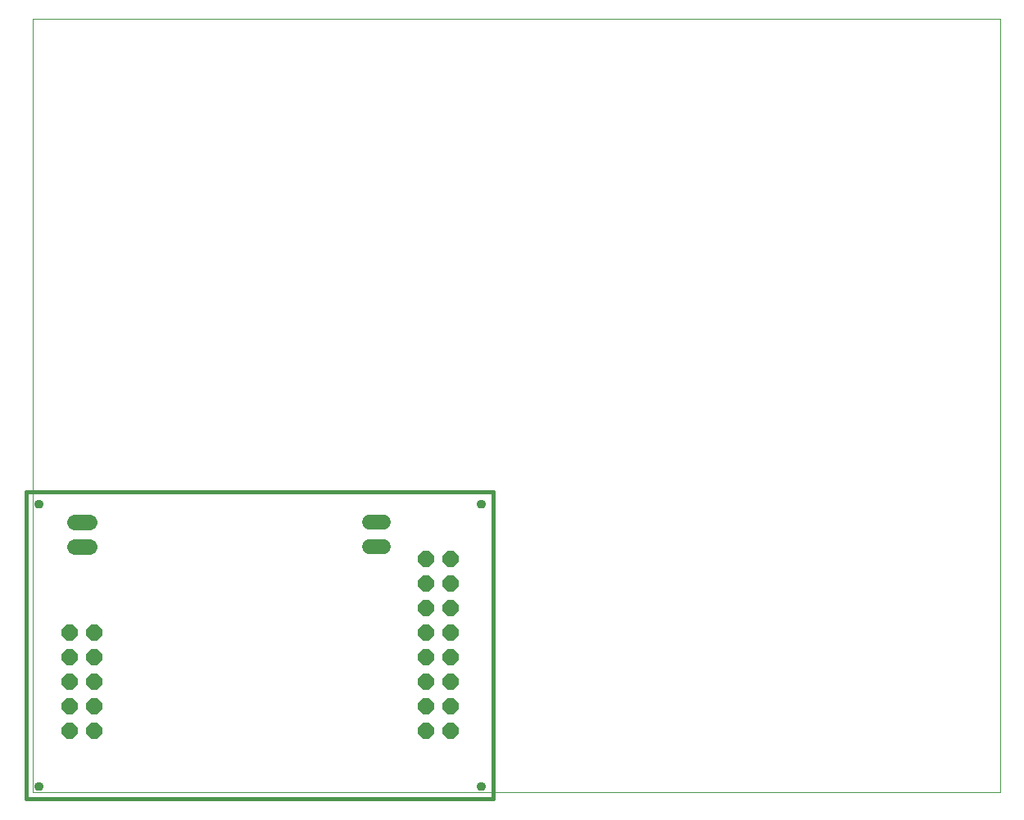
<source format=gbs>
G75*
G70*
%OFA0B0*%
%FSLAX24Y24*%
%IPPOS*%
%LPD*%
%AMOC8*
5,1,8,0,0,1.08239X$1,22.5*
%
%ADD10C,0.0000*%
%ADD11C,0.0355*%
%ADD12C,0.0160*%
%ADD13OC8,0.0634*%
%ADD14C,0.0600*%
%ADD15C,0.0634*%
D10*
X000430Y000430D02*
X000430Y031926D01*
X039800Y031926D01*
X039800Y000430D01*
X000430Y000430D01*
X000523Y000680D02*
X000525Y000705D01*
X000531Y000729D01*
X000540Y000751D01*
X000553Y000772D01*
X000569Y000791D01*
X000588Y000807D01*
X000609Y000820D01*
X000631Y000829D01*
X000655Y000835D01*
X000680Y000837D01*
X000705Y000835D01*
X000729Y000829D01*
X000751Y000820D01*
X000772Y000807D01*
X000791Y000791D01*
X000807Y000772D01*
X000820Y000751D01*
X000829Y000729D01*
X000835Y000705D01*
X000837Y000680D01*
X000835Y000655D01*
X000829Y000631D01*
X000820Y000609D01*
X000807Y000588D01*
X000791Y000569D01*
X000772Y000553D01*
X000751Y000540D01*
X000729Y000531D01*
X000705Y000525D01*
X000680Y000523D01*
X000655Y000525D01*
X000631Y000531D01*
X000609Y000540D01*
X000588Y000553D01*
X000569Y000569D01*
X000553Y000588D01*
X000540Y000609D01*
X000531Y000631D01*
X000525Y000655D01*
X000523Y000680D01*
X000523Y012180D02*
X000525Y012205D01*
X000531Y012229D01*
X000540Y012251D01*
X000553Y012272D01*
X000569Y012291D01*
X000588Y012307D01*
X000609Y012320D01*
X000631Y012329D01*
X000655Y012335D01*
X000680Y012337D01*
X000705Y012335D01*
X000729Y012329D01*
X000751Y012320D01*
X000772Y012307D01*
X000791Y012291D01*
X000807Y012272D01*
X000820Y012251D01*
X000829Y012229D01*
X000835Y012205D01*
X000837Y012180D01*
X000835Y012155D01*
X000829Y012131D01*
X000820Y012109D01*
X000807Y012088D01*
X000791Y012069D01*
X000772Y012053D01*
X000751Y012040D01*
X000729Y012031D01*
X000705Y012025D01*
X000680Y012023D01*
X000655Y012025D01*
X000631Y012031D01*
X000609Y012040D01*
X000588Y012053D01*
X000569Y012069D01*
X000553Y012088D01*
X000540Y012109D01*
X000531Y012131D01*
X000525Y012155D01*
X000523Y012180D01*
X018523Y012180D02*
X018525Y012205D01*
X018531Y012229D01*
X018540Y012251D01*
X018553Y012272D01*
X018569Y012291D01*
X018588Y012307D01*
X018609Y012320D01*
X018631Y012329D01*
X018655Y012335D01*
X018680Y012337D01*
X018705Y012335D01*
X018729Y012329D01*
X018751Y012320D01*
X018772Y012307D01*
X018791Y012291D01*
X018807Y012272D01*
X018820Y012251D01*
X018829Y012229D01*
X018835Y012205D01*
X018837Y012180D01*
X018835Y012155D01*
X018829Y012131D01*
X018820Y012109D01*
X018807Y012088D01*
X018791Y012069D01*
X018772Y012053D01*
X018751Y012040D01*
X018729Y012031D01*
X018705Y012025D01*
X018680Y012023D01*
X018655Y012025D01*
X018631Y012031D01*
X018609Y012040D01*
X018588Y012053D01*
X018569Y012069D01*
X018553Y012088D01*
X018540Y012109D01*
X018531Y012131D01*
X018525Y012155D01*
X018523Y012180D01*
X018523Y000680D02*
X018525Y000705D01*
X018531Y000729D01*
X018540Y000751D01*
X018553Y000772D01*
X018569Y000791D01*
X018588Y000807D01*
X018609Y000820D01*
X018631Y000829D01*
X018655Y000835D01*
X018680Y000837D01*
X018705Y000835D01*
X018729Y000829D01*
X018751Y000820D01*
X018772Y000807D01*
X018791Y000791D01*
X018807Y000772D01*
X018820Y000751D01*
X018829Y000729D01*
X018835Y000705D01*
X018837Y000680D01*
X018835Y000655D01*
X018829Y000631D01*
X018820Y000609D01*
X018807Y000588D01*
X018791Y000569D01*
X018772Y000553D01*
X018751Y000540D01*
X018729Y000531D01*
X018705Y000525D01*
X018680Y000523D01*
X018655Y000525D01*
X018631Y000531D01*
X018609Y000540D01*
X018588Y000553D01*
X018569Y000569D01*
X018553Y000588D01*
X018540Y000609D01*
X018531Y000631D01*
X018525Y000655D01*
X018523Y000680D01*
D11*
X018680Y000680D03*
X018680Y012180D03*
X000680Y012180D03*
X000680Y000680D03*
D12*
X000180Y000180D02*
X019180Y000180D01*
X019180Y012680D01*
X000180Y012680D01*
X000180Y000180D01*
D13*
X001930Y002930D03*
X001930Y003930D03*
X001930Y004930D03*
X001930Y005930D03*
X001930Y006930D03*
X002930Y006930D03*
X002930Y005930D03*
X002930Y004930D03*
X002930Y003930D03*
X002930Y002930D03*
X016430Y002930D03*
X017430Y002930D03*
X017430Y003930D03*
X016430Y003930D03*
X016430Y004930D03*
X017430Y004930D03*
X017430Y005930D03*
X016430Y005930D03*
X016430Y006930D03*
X017430Y006930D03*
X017430Y007930D03*
X016430Y007930D03*
X016430Y008930D03*
X017430Y008930D03*
X017430Y009930D03*
X016430Y009930D03*
D14*
X014710Y010430D02*
X014150Y010430D01*
X014150Y011430D02*
X014710Y011430D01*
D15*
X002727Y011430D02*
X002133Y011430D01*
X002133Y010430D02*
X002727Y010430D01*
M02*

</source>
